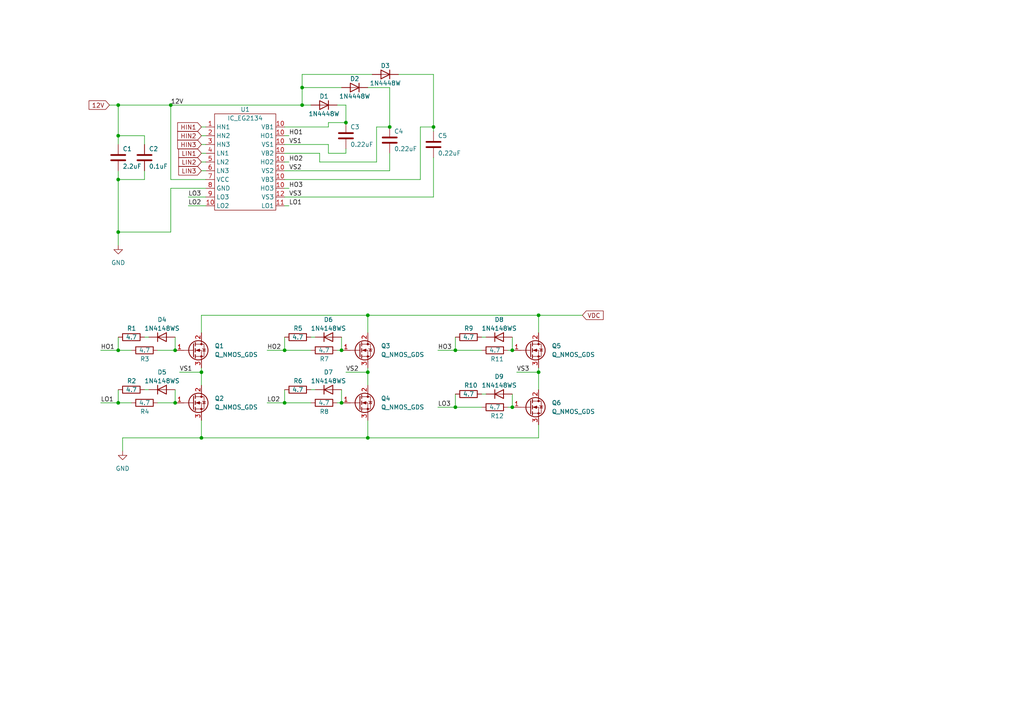
<source format=kicad_sch>
(kicad_sch (version 20211123) (generator eeschema)
  (paper "A4")
  (lib_symbols
    (symbol "Device:C" (pin_numbers hide) (pin_names (offset 0.254))
      (property "Reference" "C" (at 0.635 2.54 0))
      (property "Value" "C" (at 0.635 -2.54 0))
      (symbol "C_0_1"
        (polyline (pts (xy -2.032 -0.762) (xy 2.032 -0.762)) (stroke (width 0.508)))
        (polyline (pts (xy -2.032 0.762) (xy 2.032 0.762)) (stroke (width 0.508)))
      )
      (symbol "C_1_1"
        (pin passive line (at 0 3.81 270) (length 2.794) (name "~") (number "1"))
        (pin passive line (at 0 -3.81 90) (length 2.794) (name "~") (number "2"))
      )
    )
    (symbol "Device:Q_NMOS_GDS" (pin_names (offset 0) hide)
      (property "Reference" "Q" (at 5.08 1.27 0))
      (property "Value" "Q_NMOS_GDS" (at 5.08 -1.27 0))
      (symbol "Q_NMOS_GDS_0_1"
        (polyline (pts (xy 0.254 0) (xy -2.54 0)))
        (polyline (pts (xy 0.254 1.905) (xy 0.254 -1.905)) (stroke (width 0.254)))
        (polyline (pts (xy 0.762 -1.27) (xy 0.762 -2.286)) (stroke (width 0.254)))
        (polyline (pts (xy 0.762 0.508) (xy 0.762 -0.508)) (stroke (width 0.254)))
        (polyline (pts (xy 0.762 2.286) (xy 0.762 1.27)) (stroke (width 0.254)))
        (polyline (pts (xy 2.54 2.54) (xy 2.54 1.778)))
        (polyline (pts (xy 2.54 -2.54) (xy 2.54 0) (xy 0.762 0)))
        (polyline (pts (xy 0.762 -1.778) (xy 3.302 -1.778) (xy 3.302 1.778) (xy 0.762 1.778)))
        (polyline (pts (xy 1.016 0) (xy 2.032 0.381) (xy 2.032 -0.381) (xy 1.016 0)) (fill (type outline)))
        (polyline (pts (xy 2.794 0.508) (xy 2.921 0.381) (xy 3.683 0.381) (xy 3.81 0.254)))
        (polyline (pts (xy 3.302 0.381) (xy 2.921 -0.254) (xy 3.683 -0.254) (xy 3.302 0.381)))
        (circle (center 1.651 0) (radius 2.794) (stroke (width 0.254)))
        (circle (center 2.54 -1.778) (radius 0.254) (fill (type outline)))
        (circle (center 2.54 1.778) (radius 0.254) (fill (type outline)))
      )
      (symbol "Q_NMOS_GDS_1_1"
        (pin input line (at -5.08 0 0) (length 2.54) (name "G") (number "1"))
        (pin passive line (at 2.54 5.08 270) (length 2.54) (name "D") (number "2"))
        (pin passive line (at 2.54 -5.08 90) (length 2.54) (name "S") (number "3"))
      )
    )
    (symbol "Device:R" (pin_numbers hide) (pin_names (offset 0))
      (property "Reference" "R" (at 2.032 0 90))
      (property "Value" "R" (at 0 0 90))
      (symbol "R_0_1"
        (rectangle (start -1.016 -2.54) (end 1.016 2.54) (stroke (width 0.254)))
      )
      (symbol "R_1_1"
        (pin passive line (at 0 3.81 270) (length 1.27) (name "~") (number "1"))
        (pin passive line (at 0 -3.81 90) (length 1.27) (name "~") (number "2"))
      )
    )
    (symbol "Diode:1N4148WS" (pin_numbers hide) (pin_names (offset 1.016) hide)
      (property "Reference" "D" (at 0 2.54 0))
      (property "Value" "1N4148WS" (at 0 -2.54 0))
      (symbol "1N4148WS_0_1"
        (polyline (pts (xy -1.27 1.27) (xy -1.27 -1.27)) (stroke (width 0.254)))
        (polyline (pts (xy 1.27 0) (xy -1.27 0)))
        (polyline (pts (xy 1.27 1.27) (xy 1.27 -1.27) (xy -1.27 0) (xy 1.27 1.27)) (stroke (width 0.254)))
      )
      (symbol "1N4148WS_1_1"
        (pin passive line (at -3.81 0 0) (length 2.54) (name "K") (number "1"))
        (pin passive line (at 3.81 0 180) (length 2.54) (name "A") (number "2"))
      )
    )
    (symbol "Diode:1N4448W" (pin_numbers hide) (pin_names (offset 1.016) hide)
      (property "Reference" "D" (at 0 2.54 0))
      (property "Value" "1N4448W" (at 0 -2.54 0))
      (symbol "1N4448W_0_1"
        (polyline (pts (xy -1.27 1.27) (xy -1.27 -1.27)) (stroke (width 0.254)))
        (polyline (pts (xy 1.27 0) (xy -1.27 0)))
        (polyline (pts (xy 1.27 1.27) (xy 1.27 -1.27) (xy -1.27 0) (xy 1.27 1.27)) (stroke (width 0.254)))
      )
      (symbol "1N4448W_1_1"
        (pin passive line (at -3.81 0 0) (length 2.54) (name "K") (number "1"))
        (pin passive line (at 3.81 0 180) (length 2.54) (name "A") (number "2"))
      )
    )
    (symbol "local:IC_EG2134"
      (property "Reference" "U" (at 0 15.24 0))
      (property "Value" "IC_EG2134" (at 0 12.7 0))
      (symbol "IC_EG2134_0_1"
        (rectangle (start -7.62 13.97) (end 10.16 -13.97))
      )
      (symbol "IC_EG2134_1_1"
        (pin input line (at -10.16 10.16 0) (length 2.54) (name "HN1") (number "1"))
        (pin output line (at 12.7 7.62 180) (length 2.54) (name "HO1") (number "10"))
        (pin output line (at 12.7 0 180) (length 2.54) (name "HO2") (number "10"))
        (pin output line (at 12.7 -7.62 180) (length 2.54) (name "HO3") (number "10"))
        (pin output line (at -10.16 -12.7 0) (length 2.54) (name "LO2") (number "10"))
        (pin passive line (at 12.7 10.16 180) (length 2.54) (name "VB1") (number "10"))
        (pin passive line (at 12.7 2.54 180) (length 2.54) (name "VB2") (number "10"))
        (pin passive line (at 12.7 -5.08 180) (length 2.54) (name "VB3") (number "10"))
        (pin input line (at 12.7 5.08 180) (length 2.54) (name "VS1") (number "10"))
        (pin input line (at 12.7 -2.54 180) (length 2.54) (name "VS2") (number "10"))
        (pin output line (at 12.7 -12.7 180) (length 2.54) (name "LO1") (number "11"))
        (pin input line (at 12.7 -10.16 180) (length 2.54) (name "VS3") (number "12"))
        (pin input line (at -10.16 7.62 0) (length 2.54) (name "HN2") (number "2"))
        (pin input line (at -10.16 5.08 0) (length 2.54) (name "HN3") (number "3"))
        (pin input line (at -10.16 2.54 0) (length 2.54) (name "LN1") (number "4"))
        (pin input line (at -10.16 0 0) (length 2.54) (name "LN2") (number "5"))
        (pin input line (at -10.16 -2.54 0) (length 2.54) (name "LN3") (number "6"))
        (pin passive line (at -10.16 -5.08 0) (length 2.54) (name "VCC") (number "7"))
        (pin power_in line (at -10.16 -7.62 0) (length 2.54) (name "GND") (number "8"))
        (pin output line (at -10.16 -10.16 0) (length 2.54) (name "LO3") (number "9"))
      )
    )
    (symbol "power:GND" (power) (pin_names (offset 0))
      (property "Value" "GND" (at 0 -3.81 0))
      (symbol "GND_0_1"
        (polyline (pts (xy 0 0) (xy 0 -1.27) (xy 1.27 -1.27) (xy 0 -2.54) (xy -1.27 -1.27) (xy 0 -1.27)))
      )
      (symbol "GND_1_1"
        (pin power_in line (at 0 0 270) (length 0) hide (name "GND") (number "1"))
      )
    )
  )
  (junction (at 82.55 101.6))
  (junction (at 82.55 116.84))
  (junction (at 132.08 118.11))
  (junction (at 125.73 36.83))
  (junction (at 50.8 101.6))
  (junction (at 34.29 101.6))
  (junction (at 58.42 127))
  (junction (at 106.68 91.44))
  (junction (at 99.06 101.6))
  (junction (at 100.33 35.56))
  (junction (at 99.06 116.84))
  (junction (at 34.29 116.84))
  (junction (at 106.68 127))
  (junction (at 87.63 25.4))
  (junction (at 49.53 30.48))
  (junction (at 132.08 101.6))
  (junction (at 87.63 30.48))
  (junction (at 34.29 67.31))
  (junction (at 113.03 36.83))
  (junction (at 148.59 101.6))
  (junction (at 50.8 116.84))
  (junction (at 148.59 118.11))
  (junction (at 34.29 52.07))
  (junction (at 34.29 39.37))
  (junction (at 58.42 107.95))
  (junction (at 156.21 107.95))
  (junction (at 156.21 91.44))
  (junction (at 34.29 30.48))
  (junction (at 106.68 107.95))
  (wire (pts (xy 113.03 49.53) (xy 113.03 44.45)))
  (wire (pts (xy 90.17 97.79) (xy 91.44 97.79)))
  (wire (pts (xy 90.17 101.6) (xy 82.55 101.6)))
  (wire (pts (xy 109.22 36.83) (xy 113.03 36.83)))
  (wire (pts (xy 41.91 97.79) (xy 43.18 97.79)))
  (wire (pts (xy 82.55 116.84) (xy 90.17 116.84)))
  (wire (pts (xy 107.95 21.59) (xy 87.63 21.59)))
  (wire (pts (xy 147.32 118.11) (xy 148.59 118.11)))
  (wire (pts (xy 58.42 49.53) (xy 59.69 49.53)))
  (wire (pts (xy 82.55 59.69) (xy 83.82 59.69)))
  (wire (pts (xy 82.55 46.99) (xy 83.82 46.99)))
  (wire (pts (xy 49.53 67.31) (xy 49.53 54.61)))
  (wire (pts (xy 34.29 97.79) (xy 34.29 101.6)))
  (wire (pts (xy 106.68 91.44) (xy 106.68 96.52)))
  (wire (pts (xy 87.63 21.59) (xy 87.63 25.4)))
  (wire (pts (xy 50.8 113.03) (xy 50.8 116.84)))
  (wire (pts (xy 34.29 101.6) (xy 38.1 101.6)))
  (wire (pts (xy 58.42 106.68) (xy 58.42 107.95)))
  (wire (pts (xy 95.25 41.91) (xy 95.25 44.45)))
  (wire (pts (xy 87.63 30.48) (xy 90.17 30.48)))
  (wire (pts (xy 156.21 91.44) (xy 168.91 91.44)))
  (wire (pts (xy 156.21 107.95) (xy 156.21 113.03)))
  (wire (pts (xy 58.42 91.44) (xy 58.42 96.52)))
  (wire (pts (xy 156.21 106.68) (xy 156.21 107.95)))
  (wire (pts (xy 132.08 114.3) (xy 132.08 118.11)))
  (wire (pts (xy 121.92 52.07) (xy 121.92 36.83)))
  (wire (pts (xy 156.21 91.44) (xy 156.21 96.52)))
  (wire (pts (xy 132.08 101.6) (xy 139.7 101.6)))
  (wire (pts (xy 41.91 49.53) (xy 41.91 52.07)))
  (wire (pts (xy 92.71 46.99) (xy 109.22 46.99)))
  (wire (pts (xy 100.33 30.48) (xy 100.33 35.56)))
  (wire (pts (xy 149.86 107.95) (xy 156.21 107.95)))
  (wire (pts (xy 139.7 114.3) (xy 140.97 114.3)))
  (wire (pts (xy 99.06 97.79) (xy 99.06 101.6)))
  (wire (pts (xy 58.42 44.45) (xy 59.69 44.45)))
  (wire (pts (xy 95.25 36.83) (xy 95.25 35.56)))
  (wire (pts (xy 54.61 59.69) (xy 59.69 59.69)))
  (wire (pts (xy 125.73 38.1) (xy 125.73 36.83)))
  (wire (pts (xy 77.47 101.6) (xy 82.55 101.6)))
  (wire (pts (xy 34.29 52.07) (xy 34.29 67.31)))
  (wire (pts (xy 99.06 113.03) (xy 99.06 116.84)))
  (wire (pts (xy 58.42 46.99) (xy 59.69 46.99)))
  (wire (pts (xy 35.56 127) (xy 58.42 127)))
  (wire (pts (xy 148.59 97.79) (xy 148.59 101.6)))
  (wire (pts (xy 58.42 91.44) (xy 106.68 91.44)))
  (wire (pts (xy 54.61 57.15) (xy 59.69 57.15)))
  (wire (pts (xy 41.91 41.91) (xy 41.91 39.37)))
  (wire (pts (xy 58.42 36.83) (xy 59.69 36.83)))
  (wire (pts (xy 77.47 116.84) (xy 82.55 116.84)))
  (wire (pts (xy 109.22 46.99) (xy 109.22 36.83)))
  (wire (pts (xy 132.08 97.79) (xy 132.08 101.6)))
  (wire (pts (xy 97.79 116.84) (xy 99.06 116.84)))
  (wire (pts (xy 82.55 57.15) (xy 125.73 57.15)))
  (wire (pts (xy 59.69 52.07) (xy 49.53 52.07)))
  (wire (pts (xy 49.53 54.61) (xy 59.69 54.61)))
  (wire (pts (xy 58.42 127) (xy 106.68 127)))
  (wire (pts (xy 97.79 101.6) (xy 99.06 101.6)))
  (wire (pts (xy 82.55 49.53) (xy 113.03 49.53)))
  (wire (pts (xy 125.73 21.59) (xy 125.73 36.83)))
  (wire (pts (xy 31.75 30.48) (xy 34.29 30.48)))
  (wire (pts (xy 156.21 123.19) (xy 156.21 127)))
  (wire (pts (xy 34.29 113.03) (xy 34.29 116.84)))
  (wire (pts (xy 45.72 116.84) (xy 50.8 116.84)))
  (wire (pts (xy 45.72 101.6) (xy 50.8 101.6)))
  (wire (pts (xy 132.08 118.11) (xy 139.7 118.11)))
  (wire (pts (xy 49.53 52.07) (xy 49.53 30.48)))
  (wire (pts (xy 106.68 107.95) (xy 106.68 111.76)))
  (wire (pts (xy 52.07 107.95) (xy 58.42 107.95)))
  (wire (pts (xy 100.33 107.95) (xy 106.68 107.95)))
  (wire (pts (xy 82.55 101.6) (xy 82.55 97.79)))
  (wire (pts (xy 34.29 39.37) (xy 34.29 41.91)))
  (wire (pts (xy 82.55 41.91) (xy 95.25 41.91)))
  (wire (pts (xy 58.42 121.92) (xy 58.42 127)))
  (wire (pts (xy 82.55 113.03) (xy 82.55 116.84)))
  (wire (pts (xy 82.55 44.45) (xy 92.71 44.45)))
  (wire (pts (xy 99.06 25.4) (xy 87.63 25.4)))
  (wire (pts (xy 113.03 25.4) (xy 113.03 36.83)))
  (wire (pts (xy 34.29 30.48) (xy 49.53 30.48)))
  (wire (pts (xy 41.91 113.03) (xy 43.18 113.03)))
  (wire (pts (xy 41.91 52.07) (xy 34.29 52.07)))
  (wire (pts (xy 29.21 101.6) (xy 34.29 101.6)))
  (wire (pts (xy 106.68 127) (xy 156.21 127)))
  (wire (pts (xy 115.57 21.59) (xy 125.73 21.59)))
  (wire (pts (xy 106.68 127) (xy 106.68 121.92)))
  (wire (pts (xy 82.55 52.07) (xy 121.92 52.07)))
  (wire (pts (xy 127 118.11) (xy 132.08 118.11)))
  (wire (pts (xy 139.7 97.79) (xy 140.97 97.79)))
  (wire (pts (xy 121.92 36.83) (xy 125.73 36.83)))
  (wire (pts (xy 100.33 44.45) (xy 100.33 43.18)))
  (wire (pts (xy 87.63 25.4) (xy 87.63 30.48)))
  (wire (pts (xy 58.42 39.37) (xy 59.69 39.37)))
  (wire (pts (xy 34.29 49.53) (xy 34.29 52.07)))
  (wire (pts (xy 147.32 101.6) (xy 148.59 101.6)))
  (wire (pts (xy 148.59 114.3) (xy 148.59 118.11)))
  (wire (pts (xy 58.42 41.91) (xy 59.69 41.91)))
  (wire (pts (xy 106.68 91.44) (xy 156.21 91.44)))
  (wire (pts (xy 90.17 113.03) (xy 91.44 113.03)))
  (wire (pts (xy 95.25 44.45) (xy 100.33 44.45)))
  (wire (pts (xy 106.68 106.68) (xy 106.68 107.95)))
  (wire (pts (xy 29.21 116.84) (xy 34.29 116.84)))
  (wire (pts (xy 82.55 54.61) (xy 83.82 54.61)))
  (wire (pts (xy 106.68 25.4) (xy 113.03 25.4)))
  (wire (pts (xy 127 101.6) (xy 132.08 101.6)))
  (wire (pts (xy 100.33 30.48) (xy 97.79 30.48)))
  (wire (pts (xy 49.53 30.48) (xy 87.63 30.48)))
  (wire (pts (xy 92.71 44.45) (xy 92.71 46.99)))
  (wire (pts (xy 83.82 39.37) (xy 82.55 39.37)))
  (wire (pts (xy 95.25 35.56) (xy 100.33 35.56)))
  (wire (pts (xy 34.29 116.84) (xy 38.1 116.84)))
  (wire (pts (xy 58.42 107.95) (xy 58.42 111.76)))
  (wire (pts (xy 34.29 67.31) (xy 34.29 71.12)))
  (wire (pts (xy 50.8 97.79) (xy 50.8 101.6)))
  (wire (pts (xy 34.29 67.31) (xy 49.53 67.31)))
  (wire (pts (xy 35.56 127) (xy 35.56 130.81)))
  (wire (pts (xy 125.73 45.72) (xy 125.73 57.15)))
  (wire (pts (xy 34.29 30.48) (xy 34.29 39.37)))
  (wire (pts (xy 41.91 39.37) (xy 34.29 39.37)))
  (wire (pts (xy 82.55 36.83) (xy 95.25 36.83)))
  (label "VS3" (at 149.86 107.95 0))
  (label "HO2" (at 83.82 46.99 0))
  (label "LO3" (at 127 118.11 0))
  (label "VS3" (at 83.82 57.15 0))
  (label "HO1" (at 83.82 39.37 0))
  (label "LO2" (at 54.61 59.69 0))
  (label "LO3" (at 54.61 57.15 0))
  (label "HO2" (at 77.47 101.6 0))
  (label "VS2" (at 100.33 107.95 0))
  (label "VS2" (at 83.82 49.53 0))
  (label "HO1" (at 29.21 101.6 0))
  (label "LO2" (at 77.47 116.84 0))
  (label "VS1" (at 52.07 107.95 0))
  (label "12V" (at 49.53 30.48 0))
  (label "VS1" (at 83.82 41.91 0))
  (label "LO1" (at 29.21 116.84 0))
  (label "LO1" (at 83.82 59.69 0))
  (label "HO3" (at 83.82 54.61 0))
  (label "HO3" (at 127 101.6 0))
  (global_label "12V" (shape input) (at 31.75 30.48 180) (property "Intersheet References" "${INTERSHEET_REFS}" (effects hide)))
  (global_label "HIN1" (shape input) (at 58.42 36.83 180) (property "Intersheet References" "${INTERSHEET_REFS}" (effects hide)))
  (global_label "LIN1" (shape input) (at 58.42 44.45 180) (property "Intersheet References" "${INTERSHEET_REFS}" (effects hide)))
  (global_label "VDC" (shape input) (at 168.91 91.44 0) (property "Intersheet References" "${INTERSHEET_REFS}" (effects hide)))
  (global_label "LIN2" (shape input) (at 58.42 46.99 180) (property "Intersheet References" "${INTERSHEET_REFS}" (effects hide)))
  (global_label "HIN2" (shape input) (at 58.42 39.37 180) (property "Intersheet References" "${INTERSHEET_REFS}" (effects hide)))
  (global_label "HIN3" (shape input) (at 58.42 41.91 180) (property "Intersheet References" "${INTERSHEET_REFS}" (effects hide)))
  (global_label "LIN3" (shape input) (at 58.42 49.53 180) (property "Intersheet References" "${INTERSHEET_REFS}" (effects hide)))
  (symbol (lib_id "Device:C") (at 100.33 39.37 0) (unit 1)
    (property "Reference" "C3" (at 101.6 36.83 0) (effects (justify left)))
    (property "Value" "0.22uF" (at 101.6 41.91 0) (effects (justify left)))
    (property "Footprint" "Capacitor_SMD:C_0603_1608Metric" (effects hide))
  )
  (symbol (lib_id "Device:Q_NMOS_GDS") (at 55.88 101.6 0) (unit 1)
    (property "Reference" "Q1" (at 62.23 100.3299 0) (effects (justify left)))
    (property "Value" "Q_NMOS_GDS" (at 62.23 102.8699 0) (effects (justify left)))
    (property "Footprint" "Package_TO_SOT_THT:TO-220F-3_Vertical" (effects hide))
  )
  (symbol (lib_id "Device:Q_NMOS_GDS") (at 104.14 101.6 0) (unit 1)
    (property "Reference" "Q3" (at 110.49 100.3299 0) (effects (justify left)))
    (property "Value" "Q_NMOS_GDS" (at 110.49 102.8699 0) (effects (justify left)))
    (property "Footprint" "Package_TO_SOT_THT:TO-220F-3_Vertical" (effects hide))
  )
  (symbol (lib_id "Device:R") (at 86.36 97.79 90) (unit 1)
    (property "Reference" "R5" (at 85.0899 95.25 90) (effects (justify right)))
    (property "Value" "4.7" (at 86.36 97.79 90))
    (property "Footprint" "Resistor_SMD:R_0201_0603Metric" (effects hide))
  )
  (symbol (lib_id "Device:C") (at 34.29 45.72 0) (unit 1)
    (property "Reference" "C1" (at 35.56 43.18 0) (effects (justify left)))
    (property "Value" "2.2uF" (at 35.56 48.26 0) (effects (justify left)))
    (property "Footprint" "Capacitor_SMD:C_0805_2012Metric" (effects hide))
  )
  (symbol (lib_id "power:GND") (at 34.29 71.12 0) (unit 1)
    (property "Reference" "#PWR01" (effects hide))
    (property "Value" "GND" (at 34.29 76.2 0))
  )
  (symbol (lib_id "Device:R") (at 38.1 113.03 90) (unit 1)
    (property "Reference" "R2" (at 36.8299 110.49 90) (effects (justify right)))
    (property "Value" "4.7" (at 38.1 113.03 90))
    (property "Footprint" "Resistor_SMD:R_0201_0603Metric" (effects hide))
  )
  (symbol (lib_id "local:IC_EG2134") (at 69.85 46.99 0) (unit 1)
    (property "Reference" "U1" (at 71.12 31.75 0))
    (property "Value" "IC_EG2134" (at 71.12 34.29 0))
    (property "Footprint" "Package_SO:TSSOP-20_4.4x6.5mm_P0.65mm" (effects hide))
  )
  (symbol (lib_id "Diode:1N4448W") (at 111.76 21.59 180) (unit 1)
    (property "Reference" "D3" (at 111.76 19.05 0))
    (property "Value" "1N4448W" (at 111.76 24.13 0))
    (property "Footprint" "Diode_SMD:D_SOD-123" (effects hide))
    (property "Datasheet" "https://www.vishay.com/docs/85722/1n4448w.pdf" (effects hide))
  )
  (symbol (lib_id "Device:R") (at 135.89 97.79 90) (unit 1)
    (property "Reference" "R9" (at 134.6199 95.25 90) (effects (justify right)))
    (property "Value" "4.7" (at 135.89 97.79 90))
    (property "Footprint" "Resistor_SMD:R_0201_0603Metric" (effects hide))
  )
  (symbol (lib_id "power:GND") (at 35.56 130.81 0) (unit 1)
    (property "Reference" "#PWR02" (effects hide))
    (property "Value" "GND" (at 35.56 135.89 0))
  )
  (symbol (lib_id "Device:Q_NMOS_GDS") (at 153.67 118.11 0) (unit 1)
    (property "Reference" "Q6" (at 160.02 116.8399 0) (effects (justify left)))
    (property "Value" "Q_NMOS_GDS" (at 160.02 119.3799 0) (effects (justify left)))
    (property "Footprint" "Package_TO_SOT_THT:TO-220F-3_Vertical" (effects hide))
  )
  (symbol (lib_id "Diode:1N4448W") (at 102.87 25.4 180) (unit 1)
    (property "Reference" "D2" (at 102.87 22.86 0))
    (property "Value" "1N4448W" (at 102.87 27.94 0))
    (property "Footprint" "Diode_SMD:D_SOD-123" (effects hide))
    (property "Datasheet" "https://www.vishay.com/docs/85722/1n4448w.pdf" (effects hide))
  )
  (symbol (lib_id "Device:R") (at 143.51 101.6 90) (unit 1)
    (property "Reference" "R11" (at 142.24 104.14 90) (effects (justify right)))
    (property "Value" "4.7" (at 143.51 101.6 90))
    (property "Footprint" "Resistor_SMD:R_0201_0603Metric" (effects hide))
  )
  (symbol (lib_id "Device:R") (at 41.91 101.6 90) (unit 1)
    (property "Reference" "R3" (at 40.64 104.14 90) (effects (justify right)))
    (property "Value" "4.7" (at 41.91 101.6 90))
    (property "Footprint" "Resistor_SMD:R_0201_0603Metric" (effects hide))
  )
  (symbol (lib_id "Device:Q_NMOS_GDS") (at 153.67 101.6 0) (unit 1)
    (property "Reference" "Q5" (at 160.02 100.3299 0) (effects (justify left)))
    (property "Value" "Q_NMOS_GDS" (at 160.02 102.8699 0) (effects (justify left)))
    (property "Footprint" "Package_TO_SOT_THT:TO-220F-3_Vertical" (effects hide))
  )
  (symbol (lib_id "Diode:1N4148WS") (at 95.25 113.03 0) (unit 1)
    (property "Reference" "D7" (at 95.25 107.95 0))
    (property "Value" "1N4148WS" (at 95.25 110.49 0))
    (property "Footprint" "Diode_SMD:D_SOD-323" (effects hide))
    (property "Datasheet" "https://www.vishay.com/docs/85751/1n4148ws.pdf" (effects hide))
  )
  (symbol (lib_id "Device:R") (at 38.1 97.79 90) (unit 1)
    (property "Reference" "R1" (at 36.8299 95.25 90) (effects (justify right)))
    (property "Value" "4.7" (at 38.1 97.79 90))
    (property "Footprint" "Resistor_SMD:R_0201_0603Metric" (effects hide))
  )
  (symbol (lib_id "Device:Q_NMOS_GDS") (at 55.88 116.84 0) (unit 1)
    (property "Reference" "Q2" (at 62.23 115.5699 0) (effects (justify left)))
    (property "Value" "Q_NMOS_GDS" (at 62.23 118.1099 0) (effects (justify left)))
    (property "Footprint" "Package_TO_SOT_THT:TO-220F-3_Vertical" (effects hide))
  )
  (symbol (lib_id "Device:R") (at 93.98 116.84 90) (unit 1)
    (property "Reference" "R8" (at 92.71 119.38 90) (effects (justify right)))
    (property "Value" "4.7" (at 93.98 116.84 90))
    (property "Footprint" "Resistor_SMD:R_0201_0603Metric" (effects hide))
  )
  (symbol (lib_id "Device:R") (at 135.89 114.3 90) (unit 1)
    (property "Reference" "R10" (at 134.6199 111.76 90) (effects (justify right)))
    (property "Value" "4.7" (at 135.89 114.3 90))
    (property "Footprint" "Resistor_SMD:R_0201_0603Metric" (effects hide))
  )
  (symbol (lib_id "Device:R") (at 143.51 118.11 90) (unit 1)
    (property "Reference" "R12" (at 142.24 120.65 90) (effects (justify right)))
    (property "Value" "4.7" (at 143.51 118.11 90))
    (property "Footprint" "Resistor_SMD:R_0201_0603Metric" (effects hide))
  )
  (symbol (lib_id "Device:C") (at 113.03 40.64 0) (unit 1)
    (property "Reference" "C4" (at 114.3 38.1 0) (effects (justify left)))
    (property "Value" "0.22uF" (at 114.3 43.18 0) (effects (justify left)))
    (property "Footprint" "Capacitor_SMD:C_0603_1608Metric" (effects hide))
  )
  (symbol (lib_id "Diode:1N4148WS") (at 144.78 114.3 0) (unit 1)
    (property "Reference" "D9" (at 144.78 109.22 0))
    (property "Value" "1N4148WS" (at 144.78 111.76 0))
    (property "Footprint" "Diode_SMD:D_SOD-323" (effects hide))
    (property "Datasheet" "https://www.vishay.com/docs/85751/1n4148ws.pdf" (effects hide))
  )
  (symbol (lib_id "Device:R") (at 41.91 116.84 90) (unit 1)
    (property "Reference" "R4" (at 40.64 119.38 90) (effects (justify right)))
    (property "Value" "4.7" (at 41.91 116.84 90))
    (property "Footprint" "Resistor_SMD:R_0201_0603Metric" (effects hide))
  )
  (symbol (lib_id "Device:R") (at 93.98 101.6 90) (unit 1)
    (property "Reference" "R7" (at 92.71 104.14 90) (effects (justify right)))
    (property "Value" "4.7" (at 93.98 101.6 90))
    (property "Footprint" "Resistor_SMD:R_0201_0603Metric" (effects hide))
  )
  (symbol (lib_id "Device:C") (at 125.73 41.91 0) (unit 1)
    (property "Reference" "C5" (at 127 39.37 0) (effects (justify left)))
    (property "Value" "0.22uF" (at 127 44.45 0) (effects (justify left)))
    (property "Footprint" "Capacitor_SMD:C_0603_1608Metric" (effects hide))
  )
  (symbol (lib_id "Device:C") (at 41.91 45.72 0) (unit 1)
    (property "Reference" "C2" (at 43.18 43.18 0) (effects (justify left)))
    (property "Value" "0.1uF" (at 43.18 48.26 0) (effects (justify left)))
    (property "Footprint" "Capacitor_SMD:C_0603_1608Metric" (effects hide))
  )
  (symbol (lib_id "Diode:1N4148WS") (at 95.25 97.79 0) (unit 1)
    (property "Reference" "D6" (at 95.25 92.71 0))
    (property "Value" "1N4148WS" (at 95.25 95.25 0))
    (property "Footprint" "Diode_SMD:D_SOD-323" (effects hide))
    (property "Datasheet" "https://www.vishay.com/docs/85751/1n4148ws.pdf" (effects hide))
  )
  (symbol (lib_id "Diode:1N4148WS") (at 46.99 113.03 0) (unit 1)
    (property "Reference" "D5" (at 46.99 107.95 0))
    (property "Value" "1N4148WS" (at 46.99 110.49 0))
    (property "Footprint" "Diode_SMD:D_SOD-323" (effects hide))
    (property "Datasheet" "https://www.vishay.com/docs/85751/1n4148ws.pdf" (effects hide))
  )
  (symbol (lib_id "Diode:1N4148WS") (at 46.99 97.79 0) (unit 1)
    (property "Reference" "D4" (at 46.99 92.71 0))
    (property "Value" "1N4148WS" (at 46.99 95.25 0))
    (property "Footprint" "Diode_SMD:D_SOD-323" (effects hide))
    (property "Datasheet" "https://www.vishay.com/docs/85751/1n4148ws.pdf" (effects hide))
  )
  (symbol (lib_id "Diode:1N4148WS") (at 144.78 97.79 0) (unit 1)
    (property "Reference" "D8" (at 144.78 92.71 0))
    (property "Value" "1N4148WS" (at 144.78 95.25 0))
    (property "Footprint" "Diode_SMD:D_SOD-323" (effects hide))
    (property "Datasheet" "https://www.vishay.com/docs/85751/1n4148ws.pdf" (effects hide))
  )
  (symbol (lib_id "Diode:1N4448W") (at 93.98 30.48 180) (unit 1)
    (property "Reference" "D1" (at 93.98 27.94 0))
    (property "Value" "1N4448W" (at 93.98 33.02 0))
    (property "Footprint" "Diode_SMD:D_SOD-123" (effects hide))
    (property "Datasheet" "https://www.vishay.com/docs/85722/1n4448w.pdf" (effects hide))
  )
  (symbol (lib_id "Device:R") (at 86.36 113.03 90) (unit 1)
    (property "Reference" "R6" (at 85.0899 110.49 90) (effects (justify right)))
    (property "Value" "4.7" (at 86.36 113.03 90))
    (property "Footprint" "Resistor_SMD:R_0201_0603Metric" (effects hide))
  )
  (symbol (lib_id "Device:Q_NMOS_GDS") (at 104.14 116.84 0) (unit 1)
    (property "Reference" "Q4" (at 110.49 115.5699 0) (effects (justify left)))
    (property "Value" "Q_NMOS_GDS" (at 110.49 118.1099 0) (effects (justify left)))
    (property "Footprint" "Package_TO_SOT_THT:TO-220F-3_Vertical" (effects hide))
  )
)
</source>
